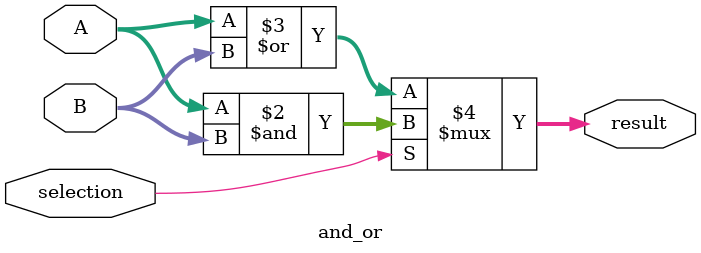
<source format=v>
module and_or(
	input wire [31:0] A, B, 
	input wire selection, 
	output wire [31:0] result
);

	assign result = (selection == 1)? A & B : A | B;
	
endmodule

</source>
